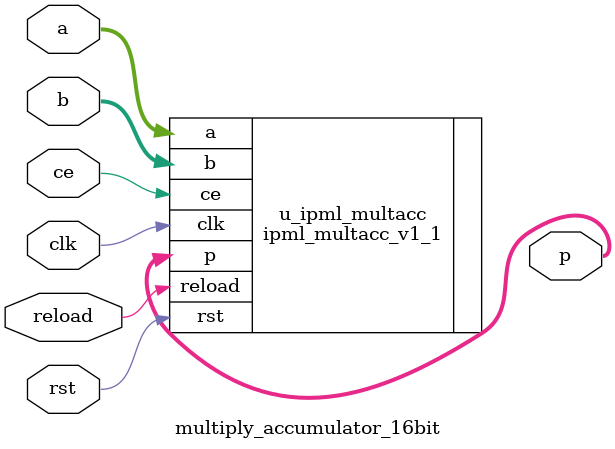
<source format=v>


module multiply_accumulator_16bit
( 
     ce         ,
     rst        ,
     clk        ,
     a          ,
     b          ,

     reload     ,
     p
);



localparam ASIZE = 16 ; //@IPC int 2,36

localparam BSIZE = 16 ; //@IPC int 2,36

localparam PSIZE = 96 ; //@IPC enum 24,48,96,66,84

localparam A_SIGNED = 1 ; //@IPC enum 0,1

localparam B_SIGNED = 1 ; //@IPC enum 0,1

localparam ASYNC_RST = 0 ; //@IPC enum 0,1

localparam INREG_EN = 0 ; //@IPC enum 0,1

localparam PIPEREG_EN = 1 ; //@IPC enum 0,1

localparam ACC_ADDSUB_OP = 0 ; //@IPC bool

localparam DYN_ACC_ADDSUB_OP = 0 ; //@IPC bool

localparam DYN_ACC_INIT = 0 ; //@IPC bool

localparam [PSIZE-1:0] ACC_INIT_VALUE = 96'h0 ; //@IPC string

//tmp variable for ipc purpose

localparam PIPE_STATUS = 1 ; //@IPC enum 0,1,2

localparam ASYNC_RST_BOOL = 0 ; //@IPC bool

//end of tmp variable
 
 localparam  GRS_EN       = "FALSE"        ;


 input                ce                   ;
 input                rst                  ;
 input                clk                  ;
 input  [ASIZE-1:0]   a                    ;
 input  [BSIZE-1:0]   b                    ;

 input                reload               ;
 output [PSIZE-1:0]   p                    ;

ipml_multacc_v1_1
#(  
    .ASIZE              ( ASIZE             ),
    .BSIZE              ( BSIZE             ),
    .PSIZE              ( PSIZE             ),
    .INREG_EN           ( INREG_EN          ),     
    .PIPEREG_EN_1       ( PIPEREG_EN        ),   
    .GRS_EN             ( GRS_EN            ), 
    .X_SIGNED           ( A_SIGNED          ),    
    .Y_SIGNED           ( B_SIGNED          ),    
    .ASYNC_RST          ( ASYNC_RST         ),     
    .ACC_INIT_VALUE     ( ACC_INIT_VALUE    ), 
    .DYN_ACC_INIT       ( DYN_ACC_INIT      ),
    .ACC_ADDSUB_OP      ( ACC_ADDSUB_OP     ),   
    .DYN_ACC_ADDSUB_OP  ( DYN_ACC_ADDSUB_OP ) 
) u_ipml_multacc
(
    .ce         ( ce        ),
    .rst        ( rst       ),
    .clk        ( clk       ),
    .a          ( a         ),
    .b          ( b         ),

    .reload     ( reload    ),
    .p          ( p         )
);

endmodule


</source>
